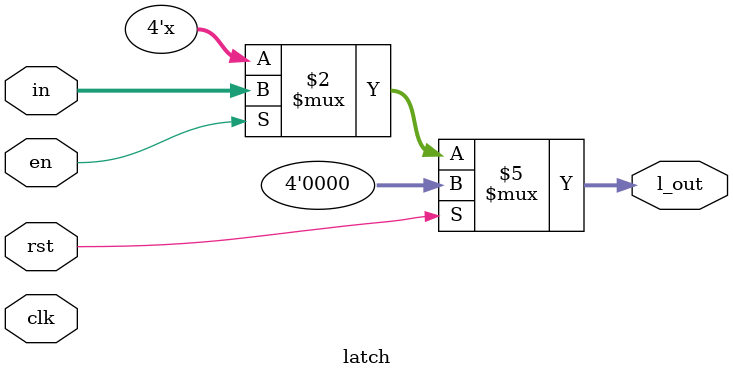
<source format=sv>
`include "package.svh"
module latch (/*AUTOARG*/
   // Outputs
   l_out,
   // Inputs
   clk, rst, en, in
   );
   // Outputs
   output [3:0] l_out;
   // Inputs
   input	clk;
   input	rst;
   input	en;
   input [3:0]	in;

   /*AUTOREG*/
   // Beginning of automatic regs (for this module's undeclared outputs)
   reg [3:0]		l_out;
   // End of automatics
   /*AUTOWIRE*/
   
   always@(en, rst, in)begin
      if(rst)
	l_out <= 1'b0;
      else
	if(en)
	  l_out <= in;
   end

endmodule // latch
// Local Variables:
// Verilog-Library-Directories: (".")
// End:

</source>
